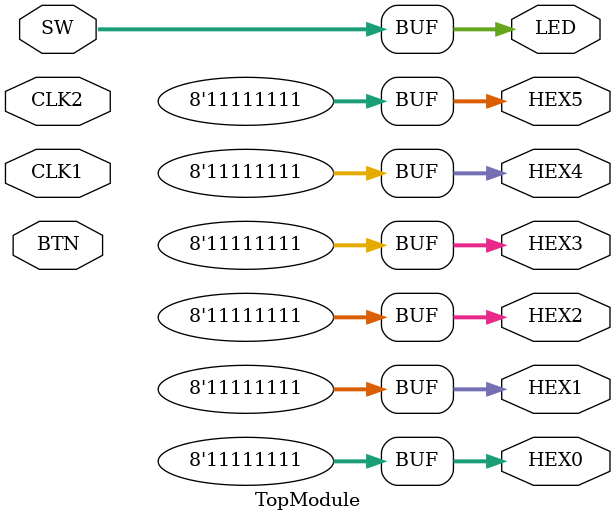
<source format=v>
module TopModule(
    ////////// CLOCK //////////
    input               CLK1,
    input               CLK2,
    ////////// SEG7 //////////
    output  [7:0]       HEX0,
    output  [7:0]       HEX1,
    output  [7:0]       HEX2,
    output  [7:0]       HEX3,
    output  [7:0]       HEX4,
    output  [7:0]       HEX5,
    ////////// Push Button //////////
    input   [1:0]       BTN,
    ////////// LED //////////
    output   [9:0]       LED,
    ////////// SW //////////
    input   [9:0]       SW
    );

    assign LED = SW;
    assign HEX0 = 8'hff;
    assign HEX1 = 8'hff;
    assign HEX2 = 8'hff;
    assign HEX3 = 8'hff;
    assign HEX4 = 8'hff;
    assign HEX5 = 8'hff;

endmodule

</source>
